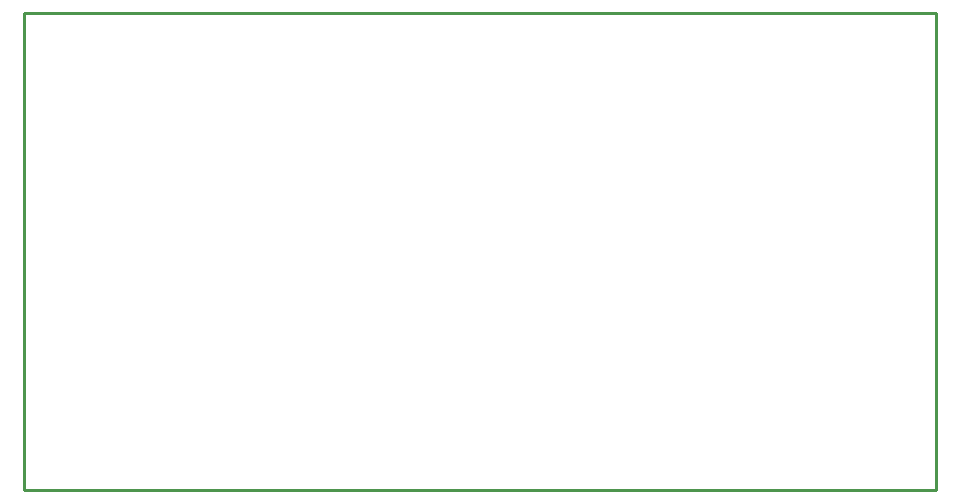
<source format=gko>
G04 ---------------------------- Layer name :KeepOutLayer*
G04 EasyEDA v5.4.12, Mon, 21 May 2018 10:25:39 GMT*
G04 d0ac2e000ddc4f35a868ce4d586767d9*
G04 Gerber Generator version 0.2*
G04 Scale: 100 percent, Rotated: No, Reflected: No *
G04 Dimensions in millimeters *
G04 leading zeros omitted , absolute positions ,3 integer and 3 decimal *
%FSLAX33Y33*%
%MOMM*%
G90*
G71D02*

%ADD10C,0.254000*%
G54D10*
G01X12446Y40386D02*
G01X77216Y40386D01*
G01X77216Y0D01*
G01X0Y0D01*
G01X0Y40386D01*
G01X12446Y40386D01*

%LPD*%
M00*
M02*

</source>
